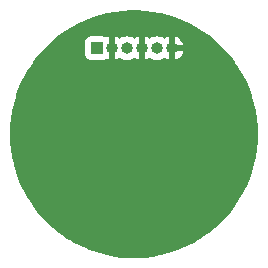
<source format=gbl>
%TF.GenerationSoftware,KiCad,Pcbnew,8.0.1*%
%TF.CreationDate,2024-09-25T11:56:53+02:00*%
%TF.ProjectId,dot_projector,646f745f-7072-46f6-9a65-63746f722e6b,rev?*%
%TF.SameCoordinates,Original*%
%TF.FileFunction,Copper,L2,Bot*%
%TF.FilePolarity,Positive*%
%FSLAX46Y46*%
G04 Gerber Fmt 4.6, Leading zero omitted, Abs format (unit mm)*
G04 Created by KiCad (PCBNEW 8.0.1) date 2024-09-25 11:56:53*
%MOMM*%
%LPD*%
G01*
G04 APERTURE LIST*
%TA.AperFunction,ComponentPad*%
%ADD10R,1.000000X1.000000*%
%TD*%
%TA.AperFunction,ComponentPad*%
%ADD11O,1.000000X1.000000*%
%TD*%
%TA.AperFunction,ViaPad*%
%ADD12C,0.600000*%
%TD*%
G04 APERTURE END LIST*
D10*
%TO.P,J1,1,Pin_1*%
%TO.N,EN1*%
X131040000Y-54690000D03*
D11*
%TO.P,J1,2,Pin_2*%
%TO.N,GND*%
X132310000Y-54690000D03*
%TO.P,J1,3,Pin_3*%
%TO.N,VCI*%
X133580000Y-54690000D03*
%TO.P,J1,4,Pin_4*%
%TO.N,GND*%
X134850000Y-54690000D03*
%TO.P,J1,5,Pin_5*%
%TO.N,+5VA*%
X136120000Y-54690000D03*
%TO.P,J1,6,Pin_6*%
%TO.N,GND*%
X137390000Y-54690000D03*
%TD*%
D12*
%TO.N,GND*%
X138050000Y-64970000D03*
X138070000Y-63710000D03*
X134180000Y-52930000D03*
X127070000Y-65080000D03*
X129590000Y-58430000D03*
X141100000Y-64940000D03*
X137290000Y-66540000D03*
X134320000Y-65260000D03*
X132850000Y-59390000D03*
X134730000Y-57560000D03*
X132620000Y-56550000D03*
X139820000Y-55270000D03*
X142110000Y-58200000D03*
X142610000Y-62420000D03*
X141140000Y-67190000D03*
X137430000Y-70170000D03*
X129370000Y-69390000D03*
X127070000Y-67190000D03*
X125700000Y-63790000D03*
X125520000Y-60910000D03*
X126750000Y-57880000D03*
X128590000Y-55680000D03*
%TD*%
%TA.AperFunction,Conductor*%
%TO.N,GND*%
G36*
X134497143Y-51465715D02*
G01*
X135134965Y-51505054D01*
X135142566Y-51505758D01*
X135776750Y-51584288D01*
X135784269Y-51585454D01*
X136412457Y-51702883D01*
X136419879Y-51704508D01*
X137039637Y-51860384D01*
X137046944Y-51862463D01*
X137655926Y-52056194D01*
X137663106Y-52058724D01*
X138259020Y-52289582D01*
X138266007Y-52292540D01*
X138846561Y-52559637D01*
X138853382Y-52563033D01*
X139416389Y-52865361D01*
X139423003Y-52869180D01*
X139966316Y-53205586D01*
X139972682Y-53209805D01*
X140494236Y-53579005D01*
X140500328Y-53583604D01*
X140952755Y-53947671D01*
X140998197Y-53984238D01*
X141003996Y-53989207D01*
X141476228Y-54419704D01*
X141481711Y-54425020D01*
X141926578Y-54883805D01*
X141931711Y-54889436D01*
X142347469Y-55374713D01*
X142352257Y-55380662D01*
X142737356Y-55890614D01*
X142741765Y-55896843D01*
X142947493Y-56207317D01*
X143094747Y-56429544D01*
X143098767Y-56436037D01*
X143418280Y-56989450D01*
X143421892Y-56996176D01*
X143706739Y-57568228D01*
X143709920Y-57575142D01*
X143959001Y-58163620D01*
X143961760Y-58170741D01*
X144174146Y-58773449D01*
X144176461Y-58780727D01*
X144351336Y-59395348D01*
X144353199Y-59402754D01*
X144489906Y-60026979D01*
X144491310Y-60034486D01*
X144589334Y-60665968D01*
X144590272Y-60673548D01*
X144649233Y-61309839D01*
X144649703Y-61317461D01*
X144669382Y-61956181D01*
X144669382Y-61963819D01*
X144649703Y-62602538D01*
X144649233Y-62610160D01*
X144590272Y-63246451D01*
X144589334Y-63254031D01*
X144491310Y-63885513D01*
X144489906Y-63893020D01*
X144353199Y-64517245D01*
X144351336Y-64524651D01*
X144176461Y-65139272D01*
X144174146Y-65146550D01*
X143961760Y-65749258D01*
X143959001Y-65756379D01*
X143709920Y-66344857D01*
X143706733Y-66351784D01*
X143563002Y-66640436D01*
X143421893Y-66923821D01*
X143418280Y-66930549D01*
X143098767Y-67483962D01*
X143094747Y-67490455D01*
X142741769Y-68023151D01*
X142737356Y-68029385D01*
X142352257Y-68539337D01*
X142347469Y-68545286D01*
X141931711Y-69030563D01*
X141926566Y-69036208D01*
X141481711Y-69494979D01*
X141476228Y-69500295D01*
X141003996Y-69930792D01*
X140998197Y-69935761D01*
X140500331Y-70336392D01*
X140494236Y-70340994D01*
X139972682Y-70710194D01*
X139966316Y-70714413D01*
X139423003Y-71050819D01*
X139416389Y-71054638D01*
X138853390Y-71356962D01*
X138846553Y-71360366D01*
X138266030Y-71627449D01*
X138258997Y-71630426D01*
X137663117Y-71861271D01*
X137655914Y-71863809D01*
X137046964Y-72057530D01*
X137039618Y-72059620D01*
X136419898Y-72215486D01*
X136412438Y-72217120D01*
X135784283Y-72334542D01*
X135776736Y-72335713D01*
X135142568Y-72414240D01*
X135134964Y-72414945D01*
X134533588Y-72452037D01*
X134497142Y-72454285D01*
X134489510Y-72454520D01*
X133850490Y-72454520D01*
X133842857Y-72454285D01*
X133803792Y-72451875D01*
X133205035Y-72414945D01*
X133197431Y-72414240D01*
X132563263Y-72335713D01*
X132555716Y-72334542D01*
X131927561Y-72217120D01*
X131920101Y-72215486D01*
X131300381Y-72059620D01*
X131293035Y-72057530D01*
X130684085Y-71863809D01*
X130676882Y-71861271D01*
X130378942Y-71745848D01*
X130080995Y-71630423D01*
X130073976Y-71627452D01*
X129493446Y-71360366D01*
X129486609Y-71356962D01*
X128923610Y-71054638D01*
X128916996Y-71050819D01*
X128373683Y-70714413D01*
X128367317Y-70710194D01*
X127845763Y-70340994D01*
X127839668Y-70336392D01*
X127341802Y-69935761D01*
X127336003Y-69930792D01*
X126863771Y-69500295D01*
X126858288Y-69494979D01*
X126723047Y-69355507D01*
X126413419Y-69036193D01*
X126408288Y-69030563D01*
X125992530Y-68545286D01*
X125987742Y-68539337D01*
X125602643Y-68029385D01*
X125598238Y-68023162D01*
X125245240Y-67490436D01*
X125241244Y-67483981D01*
X124921719Y-66930549D01*
X124918113Y-66923835D01*
X124633253Y-66351757D01*
X124630091Y-66344883D01*
X124380990Y-65756358D01*
X124378247Y-65749279D01*
X124165853Y-65146550D01*
X124163538Y-65139272D01*
X124013892Y-64613320D01*
X123988657Y-64524627D01*
X123986805Y-64517268D01*
X123850090Y-63893004D01*
X123848692Y-63885530D01*
X123750663Y-63254017D01*
X123749727Y-63246451D01*
X123690766Y-62610160D01*
X123690296Y-62602538D01*
X123670617Y-61963797D01*
X123670617Y-61956202D01*
X123690296Y-61317451D01*
X123690766Y-61309839D01*
X123692510Y-61291022D01*
X123749729Y-60673529D01*
X123750662Y-60665986D01*
X123848693Y-60034463D01*
X123850088Y-60027001D01*
X123986807Y-59402723D01*
X123988655Y-59395379D01*
X124163540Y-58780719D01*
X124165853Y-58773449D01*
X124205752Y-58660224D01*
X124378251Y-58170709D01*
X124380985Y-58163652D01*
X124630096Y-57575104D01*
X124633247Y-57568254D01*
X124918120Y-56996151D01*
X124921711Y-56989464D01*
X125241252Y-56436003D01*
X125245231Y-56429577D01*
X125598248Y-55896821D01*
X125602624Y-55890640D01*
X125987746Y-55380656D01*
X125992530Y-55374713D01*
X126109769Y-55237870D01*
X130039500Y-55237870D01*
X130039501Y-55237876D01*
X130045908Y-55297483D01*
X130096202Y-55432328D01*
X130096206Y-55432335D01*
X130182452Y-55547544D01*
X130182455Y-55547547D01*
X130297664Y-55633793D01*
X130297671Y-55633797D01*
X130432517Y-55684091D01*
X130432516Y-55684091D01*
X130439444Y-55684835D01*
X130492127Y-55690500D01*
X131587872Y-55690499D01*
X131647483Y-55684091D01*
X131669112Y-55676024D01*
X131782329Y-55633797D01*
X131782329Y-55633796D01*
X131782331Y-55633796D01*
X131790822Y-55627439D01*
X131856284Y-55603021D01*
X131919628Y-55616502D01*
X131919830Y-55616016D01*
X131922461Y-55617105D01*
X131923585Y-55617345D01*
X131925462Y-55618348D01*
X132060000Y-55659159D01*
X132060000Y-54899618D01*
X132110446Y-54950064D01*
X132184555Y-54992851D01*
X132267213Y-55015000D01*
X132352787Y-55015000D01*
X132435445Y-54992851D01*
X132509554Y-54950064D01*
X132560000Y-54899618D01*
X132560000Y-55659159D01*
X132694534Y-55618349D01*
X132868259Y-55525492D01*
X132873320Y-55522111D01*
X132874444Y-55523793D01*
X132930203Y-55500086D01*
X132999075Y-55511851D01*
X133016186Y-55522843D01*
X133016399Y-55522526D01*
X133021457Y-55525906D01*
X133021462Y-55525910D01*
X133159594Y-55599743D01*
X133192524Y-55617345D01*
X133195273Y-55618814D01*
X133383868Y-55676024D01*
X133580000Y-55695341D01*
X133776132Y-55676024D01*
X133964727Y-55618814D01*
X134138538Y-55525910D01*
X134138544Y-55525904D01*
X134143607Y-55522523D01*
X134144624Y-55524045D01*
X134201021Y-55500084D01*
X134269890Y-55511866D01*
X134286424Y-55522489D01*
X134286678Y-55522110D01*
X134291738Y-55525491D01*
X134465465Y-55618349D01*
X134600000Y-55659159D01*
X134600000Y-54899618D01*
X134650446Y-54950064D01*
X134724555Y-54992851D01*
X134807213Y-55015000D01*
X134892787Y-55015000D01*
X134975445Y-54992851D01*
X135049554Y-54950064D01*
X135100000Y-54899618D01*
X135100000Y-55659159D01*
X135234534Y-55618349D01*
X135408259Y-55525492D01*
X135413320Y-55522111D01*
X135414444Y-55523793D01*
X135470203Y-55500086D01*
X135539075Y-55511851D01*
X135556186Y-55522843D01*
X135556399Y-55522526D01*
X135561457Y-55525906D01*
X135561462Y-55525910D01*
X135699594Y-55599743D01*
X135732524Y-55617345D01*
X135735273Y-55618814D01*
X135923868Y-55676024D01*
X136120000Y-55695341D01*
X136316132Y-55676024D01*
X136504727Y-55618814D01*
X136678538Y-55525910D01*
X136678544Y-55525904D01*
X136683607Y-55522523D01*
X136684624Y-55524045D01*
X136741021Y-55500084D01*
X136809890Y-55511866D01*
X136826424Y-55522489D01*
X136826678Y-55522110D01*
X136831738Y-55525491D01*
X137005465Y-55618349D01*
X137140000Y-55659159D01*
X137140000Y-54899618D01*
X137190446Y-54950064D01*
X137264555Y-54992851D01*
X137347213Y-55015000D01*
X137432787Y-55015000D01*
X137515445Y-54992851D01*
X137589554Y-54950064D01*
X137599618Y-54940000D01*
X137640000Y-54940000D01*
X137640000Y-55659159D01*
X137774534Y-55618349D01*
X137948260Y-55525491D01*
X138100528Y-55400528D01*
X138225492Y-55248260D01*
X138225496Y-55248253D01*
X138318347Y-55074541D01*
X138359160Y-54940000D01*
X137640000Y-54940000D01*
X137599618Y-54940000D01*
X137650064Y-54889554D01*
X137692851Y-54815445D01*
X137715000Y-54732787D01*
X137715000Y-54647213D01*
X137692851Y-54564555D01*
X137650064Y-54490446D01*
X137589554Y-54429936D01*
X137515445Y-54387149D01*
X137432787Y-54365000D01*
X137347213Y-54365000D01*
X137264555Y-54387149D01*
X137190446Y-54429936D01*
X137140000Y-54480382D01*
X137140000Y-53720839D01*
X137640000Y-53720839D01*
X137640000Y-54440000D01*
X138359160Y-54440000D01*
X138359160Y-54439999D01*
X138318347Y-54305458D01*
X138225496Y-54131746D01*
X138225492Y-54131739D01*
X138100528Y-53979471D01*
X137948260Y-53854507D01*
X137948253Y-53854503D01*
X137774541Y-53761652D01*
X137640000Y-53720839D01*
X137140000Y-53720839D01*
X137139999Y-53720839D01*
X137005458Y-53761652D01*
X136831742Y-53854505D01*
X136826673Y-53857893D01*
X136825556Y-53856221D01*
X136769715Y-53879921D01*
X136700851Y-53868111D01*
X136683811Y-53857158D01*
X136683601Y-53857473D01*
X136678532Y-53854086D01*
X136504733Y-53761188D01*
X136504727Y-53761186D01*
X136316132Y-53703976D01*
X136316129Y-53703975D01*
X136120000Y-53684659D01*
X135923870Y-53703975D01*
X135735266Y-53761188D01*
X135561467Y-53854086D01*
X135556399Y-53857473D01*
X135555386Y-53855958D01*
X135498936Y-53879920D01*
X135430071Y-53868115D01*
X135413574Y-53857511D01*
X135413322Y-53857890D01*
X135408253Y-53854503D01*
X135234541Y-53761652D01*
X135100000Y-53720839D01*
X135100000Y-54480382D01*
X135049554Y-54429936D01*
X134975445Y-54387149D01*
X134892787Y-54365000D01*
X134807213Y-54365000D01*
X134724555Y-54387149D01*
X134650446Y-54429936D01*
X134600000Y-54480382D01*
X134600000Y-53720839D01*
X134599999Y-53720839D01*
X134465458Y-53761652D01*
X134291742Y-53854505D01*
X134286673Y-53857893D01*
X134285556Y-53856221D01*
X134229715Y-53879921D01*
X134160851Y-53868111D01*
X134143811Y-53857158D01*
X134143601Y-53857473D01*
X134138532Y-53854086D01*
X133964733Y-53761188D01*
X133964727Y-53761186D01*
X133776132Y-53703976D01*
X133776129Y-53703975D01*
X133580000Y-53684659D01*
X133383870Y-53703975D01*
X133195266Y-53761188D01*
X133021467Y-53854086D01*
X133016399Y-53857473D01*
X133015386Y-53855958D01*
X132958936Y-53879920D01*
X132890071Y-53868115D01*
X132873574Y-53857511D01*
X132873322Y-53857890D01*
X132868253Y-53854503D01*
X132694541Y-53761652D01*
X132560000Y-53720839D01*
X132560000Y-54480382D01*
X132509554Y-54429936D01*
X132435445Y-54387149D01*
X132352787Y-54365000D01*
X132267213Y-54365000D01*
X132184555Y-54387149D01*
X132110446Y-54429936D01*
X132060000Y-54480382D01*
X132060000Y-53720839D01*
X132059999Y-53720839D01*
X131925464Y-53761650D01*
X131923586Y-53762655D01*
X131922486Y-53762883D01*
X131919838Y-53763981D01*
X131919629Y-53763478D01*
X131855183Y-53776895D01*
X131790824Y-53752561D01*
X131782335Y-53746206D01*
X131782328Y-53746202D01*
X131647482Y-53695908D01*
X131647483Y-53695908D01*
X131587883Y-53689501D01*
X131587881Y-53689500D01*
X131587873Y-53689500D01*
X131587864Y-53689500D01*
X130492129Y-53689500D01*
X130492123Y-53689501D01*
X130432516Y-53695908D01*
X130297671Y-53746202D01*
X130297664Y-53746206D01*
X130182455Y-53832452D01*
X130182452Y-53832455D01*
X130096206Y-53947664D01*
X130096202Y-53947671D01*
X130045908Y-54082517D01*
X130039501Y-54142116D01*
X130039500Y-54142135D01*
X130039500Y-55237870D01*
X126109769Y-55237870D01*
X126159119Y-55180268D01*
X126408302Y-54889420D01*
X126413404Y-54883822D01*
X126858304Y-54425003D01*
X126863753Y-54419721D01*
X127336019Y-53989193D01*
X127341785Y-53984252D01*
X127839687Y-53583592D01*
X127845744Y-53579018D01*
X128367329Y-53209796D01*
X128373671Y-53205593D01*
X128917015Y-52869169D01*
X128923592Y-52865371D01*
X129486629Y-52563026D01*
X129493425Y-52559643D01*
X130074004Y-52292535D01*
X130080967Y-52289587D01*
X130676903Y-52058720D01*
X130684062Y-52056197D01*
X131293063Y-51862460D01*
X131300353Y-51860386D01*
X131920127Y-51704507D01*
X131927535Y-51702884D01*
X132555735Y-51585453D01*
X132563244Y-51584288D01*
X133197436Y-51505758D01*
X133205031Y-51505054D01*
X133842857Y-51465715D01*
X133850490Y-51465480D01*
X134489510Y-51465480D01*
X134497143Y-51465715D01*
G37*
%TD.AperFunction*%
%TD*%
M02*

</source>
